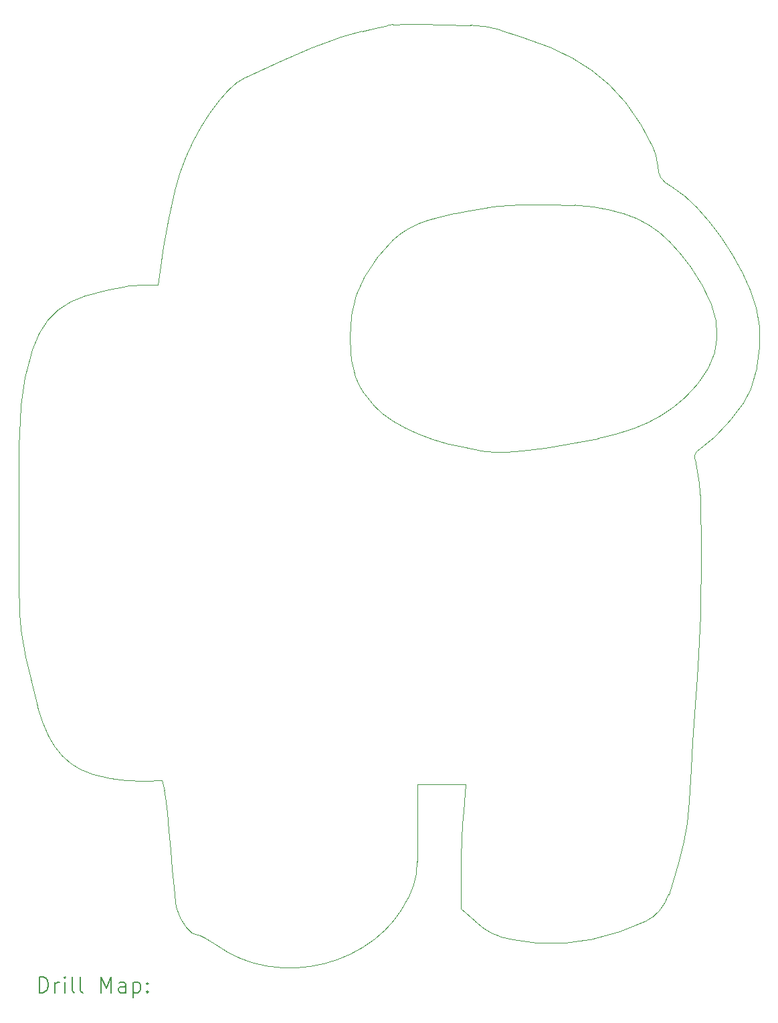
<source format=gbr>
%TF.GenerationSoftware,KiCad,Pcbnew,7.0.8*%
%TF.CreationDate,2023-11-08T08:48:10-05:00*%
%TF.ProjectId,Sleepduino,536c6565-7064-4756-996e-6f2e6b696361,rev?*%
%TF.SameCoordinates,Original*%
%TF.FileFunction,Drillmap*%
%TF.FilePolarity,Positive*%
%FSLAX45Y45*%
G04 Gerber Fmt 4.5, Leading zero omitted, Abs format (unit mm)*
G04 Created by KiCad (PCBNEW 7.0.8) date 2023-11-08 08:48:10*
%MOMM*%
%LPD*%
G01*
G04 APERTURE LIST*
%ADD10C,0.003000*%
%ADD11C,0.200000*%
G04 APERTURE END LIST*
D10*
X23377433Y-11832137D02*
X23410074Y-11184405D01*
X20783790Y-6009954D02*
X20859750Y-6000188D01*
X21360518Y-15339773D02*
G75*
G03*
X21696946Y-15338519I159182J2423763D01*
G01*
X14785175Y-10771955D02*
X14795951Y-11154521D01*
X20210860Y-9016046D02*
G75*
G03*
X20621419Y-9100058I930320J3501186D01*
G01*
X19836789Y-8888482D02*
G75*
G03*
X20210860Y-9016045I1110881J2645352D01*
G01*
X22885511Y-5581034D02*
G75*
G03*
X22910584Y-5643882I180149J35444D01*
G01*
X17931312Y-15628865D02*
G75*
G03*
X18646422Y-15599138I285308J1752835D01*
G01*
X16831831Y-15021718D02*
G75*
G03*
X16900415Y-15130478I591469J296978D01*
G01*
X17078799Y-15241291D02*
X17143825Y-15273102D01*
X15729073Y-13203113D02*
G75*
G03*
X15945133Y-13253432I608027J2121743D01*
G01*
X23141542Y-14293960D02*
X23201066Y-14045394D01*
X23957618Y-8501042D02*
G75*
G03*
X24051833Y-8323027I-683279J475562D01*
G01*
X23022870Y-6455517D02*
G75*
G03*
X22756135Y-6241356I-977810J-944663D01*
G01*
X19713087Y-14765075D02*
X19783459Y-14599455D01*
X16825471Y-5586080D02*
G75*
G03*
X16761687Y-5808486I2280499J-774370D01*
G01*
X20481518Y-6063144D02*
X20644358Y-6033506D01*
X19519752Y-6437434D02*
G75*
G03*
X19330437Y-6648936I1172388J-1239886D01*
G01*
X14782800Y-9956800D02*
X14785175Y-10771955D01*
X24118652Y-7287691D02*
G75*
G03*
X23946656Y-6851107I-2408672J-696749D01*
G01*
X14795951Y-11154521D02*
G75*
G03*
X14821351Y-11423342I3085269J155911D01*
G01*
X16643025Y-13488395D02*
G75*
G03*
X16627846Y-13404850I-671245J-78805D01*
G01*
X23201066Y-14045394D02*
X23240124Y-13815549D01*
X16594846Y-13271500D02*
X16627846Y-13404850D01*
X23337211Y-12426729D02*
X23359394Y-12086748D01*
X15020514Y-12333399D02*
G75*
G03*
X15162763Y-12715450I2066326J551850D01*
G01*
X19330437Y-6648936D02*
G75*
G03*
X19164349Y-6899142I1971353J-1488824D01*
G01*
X23373039Y-9355263D02*
X23343383Y-9213257D01*
X15945133Y-13253432D02*
G75*
G03*
X16173759Y-13283076I412927J2288212D01*
G01*
X23295628Y-13119100D02*
X23314789Y-12788947D01*
X22573004Y-8820346D02*
G75*
G03*
X22916703Y-8656339I-644384J1792526D01*
G01*
X17078800Y-15241290D02*
G75*
G03*
X17043112Y-15233650I-35690J-79540D01*
G01*
X20505844Y-3714064D02*
X20135850Y-3703988D01*
X22869829Y-5473683D02*
G75*
G03*
X22885510Y-5581035I1096621J105363D01*
G01*
X22388566Y-15194895D02*
G75*
G03*
X22720792Y-15060705I-1038496J3049435D01*
G01*
X23288930Y-6773641D02*
G75*
G03*
X23022869Y-6455518I-2349620J-1694769D01*
G01*
X19143295Y-8357903D02*
G75*
G03*
X19290005Y-8540951I1071295J708313D01*
G01*
X15888238Y-7069326D02*
X15635805Y-7138742D01*
X14788905Y-9047809D02*
X14782800Y-9956800D01*
X15635805Y-7138742D02*
G75*
G03*
X15443880Y-7217037I397555J-1248908D01*
G01*
X15283315Y-7320413D02*
G75*
G03*
X15150691Y-7453730I534635J-664477D01*
G01*
X22446908Y-6102312D02*
G75*
G03*
X22051231Y-6014171I-779838J-2568598D01*
G01*
X16685696Y-13908395D02*
X16705031Y-14153927D01*
X19720273Y-6289725D02*
G75*
G03*
X19519753Y-6437435I499467J-888005D01*
G01*
X22259527Y-4467824D02*
G75*
G03*
X22034629Y-4283480I-1609577J-1734306D01*
G01*
X14821351Y-11423342D02*
X14871366Y-11709400D01*
X15162764Y-12715450D02*
G75*
G03*
X15333816Y-12963897I901556J437600D01*
G01*
X22041721Y-15289962D02*
G75*
G03*
X22388566Y-15194895I-608501J2900352D01*
G01*
X20673683Y-15153160D02*
G75*
G03*
X20767766Y-15210419I347527J465100D01*
G01*
X19287107Y-15290463D02*
G75*
G03*
X19713087Y-14765075I-879347J1148353D01*
G01*
X16173759Y-13283075D02*
G75*
G03*
X16378531Y-13284877I115131J1447935D01*
G01*
X23359394Y-12086748D02*
X23377433Y-11832137D01*
X19521978Y-3705222D02*
G75*
G03*
X19469100Y-3712092I5742J-251148D01*
G01*
X22118685Y-8946987D02*
G75*
G03*
X22573004Y-8820346I-635715J3158847D01*
G01*
X18979375Y-7670800D02*
G75*
G03*
X18995521Y-7945765I2195015J-9070D01*
G01*
X20702574Y-3732501D02*
G75*
G03*
X20505844Y-3714064I-262114J-1738029D01*
G01*
X15564787Y-13138033D02*
G75*
G03*
X15729073Y-13203113I412893J802393D01*
G01*
X21124889Y-5984925D02*
X21477853Y-5983383D01*
X19164350Y-6899143D02*
G75*
G03*
X19057941Y-7132353I1143350J-662567D01*
G01*
X23410769Y-9664042D02*
G75*
G03*
X23373039Y-9355263I-1565489J-34598D01*
G01*
X16643025Y-13488395D02*
X16664131Y-13679898D01*
X20383500Y-14447394D02*
X20383500Y-14899387D01*
X16761687Y-5808486D02*
X16685949Y-6152364D01*
X16359612Y-7004051D02*
G75*
G03*
X16147052Y-7019901I-2J-1433179D01*
G01*
X23362202Y-9116764D02*
G75*
G03*
X23342213Y-9155810I48278J-49356D01*
G01*
X21149526Y-9105022D02*
X20959307Y-9121153D01*
X24160201Y-7520272D02*
G75*
G03*
X24118652Y-7287691I-1126321J-81208D01*
G01*
X20878668Y-3771616D02*
G75*
G03*
X20702574Y-3732501I-371468J-1256414D01*
G01*
X16616851Y-6516988D02*
X16571712Y-6823075D01*
X23220825Y-8427271D02*
G75*
G03*
X23512618Y-8058054I-1025925J1110701D01*
G01*
X23419577Y-10402036D02*
X23410770Y-9664042D01*
X16664131Y-13679898D02*
X16685696Y-13908395D01*
X20801079Y-9119206D02*
G75*
G03*
X20959307Y-9121153I96462J1408406D01*
G01*
X23624082Y-7665780D02*
G75*
G03*
X23548914Y-7240614I-1005722J41420D01*
G01*
X19126200Y-3791422D02*
G75*
G03*
X18836895Y-3872569I692020J-3023488D01*
G01*
X20644358Y-6033506D02*
X20783790Y-6009954D01*
X19783460Y-14599455D02*
G75*
G03*
X19815676Y-14472622I-560640J209915D01*
G01*
X24124395Y-8072392D02*
G75*
G03*
X24161231Y-7793441I-2065135J414613D01*
G01*
X22812529Y-5259750D02*
G75*
G03*
X22663831Y-4978593I-2458939J-1120580D01*
G01*
X16549781Y-7004050D02*
X16359612Y-7004050D01*
X21450300Y-9063751D02*
X21149526Y-9105022D01*
X19831050Y-13328650D02*
X20137838Y-13328650D01*
X22720792Y-15060704D02*
G75*
G03*
X22894754Y-14926507I-216592J460625D01*
G01*
X23314789Y-12788947D02*
X23337211Y-12426729D01*
X16685949Y-6152364D02*
X16616851Y-6516988D01*
X24161231Y-7793441D02*
G75*
G03*
X24160202Y-7520272I-1999641J129052D01*
G01*
X19424397Y-3722653D02*
X19336941Y-3742938D01*
X16900414Y-15130479D02*
G75*
G03*
X16976374Y-15209372I406856J315719D01*
G01*
X20444625Y-13328650D02*
X20414063Y-13662025D01*
X23681307Y-6407851D02*
G75*
G03*
X23367846Y-6021628I-2836207J-1981569D01*
G01*
X20877402Y-15252500D02*
X21038566Y-15293665D01*
X16976376Y-15209370D02*
G75*
G03*
X17043112Y-15233650I66734J79570D01*
G01*
X21788877Y-4128172D02*
G75*
G03*
X21500530Y-3989807I-1408787J-2566218D01*
G01*
X20135850Y-3703988D02*
X19904078Y-3701419D01*
X22118685Y-8946987D02*
X21450300Y-9063751D01*
X19057940Y-7132353D02*
G75*
G03*
X18999516Y-7379247I1219380J-418907D01*
G01*
X23593089Y-8930354D02*
G75*
G03*
X23787922Y-8721690I-2075949J2133634D01*
G01*
X17296047Y-15367957D02*
G75*
G03*
X17931312Y-15628864I878944J1236247D01*
G01*
X19815677Y-14472622D02*
G75*
G03*
X19828416Y-14306387I-1316867J184523D01*
G01*
X20767766Y-15210419D02*
G75*
G03*
X20877402Y-15252500I301034J620439D01*
G01*
X19904078Y-3701419D02*
X19696390Y-3702168D01*
X23787921Y-8721690D02*
G75*
G03*
X23957619Y-8501043I-2233011J1892970D01*
G01*
X23512617Y-8058053D02*
G75*
G03*
X23624082Y-7665780I-760967J428203D01*
G01*
X18999516Y-7379247D02*
G75*
G03*
X18979376Y-7670800I2234964J-300863D01*
G01*
X20414063Y-13662025D02*
X20402319Y-13821702D01*
X22051231Y-6014171D02*
G75*
G03*
X21822904Y-5992815I-326091J-2255139D01*
G01*
X18103954Y-4162702D02*
X17664952Y-4369585D01*
X23367846Y-6021628D02*
G75*
G03*
X23051406Y-5760153I-1186286J-1113442D01*
G01*
X22034629Y-4283480D02*
G75*
G03*
X21788877Y-4128171I-1383049J-1916380D01*
G01*
X20392478Y-14030244D02*
X20385726Y-14249976D01*
X16378531Y-13284877D02*
X16594846Y-13271500D01*
X16571712Y-6823075D02*
X16549781Y-7004050D01*
X19969727Y-6182883D02*
G75*
G03*
X19720273Y-6289726I369383J-1207057D01*
G01*
X19521731Y-8727040D02*
G75*
G03*
X19836789Y-8888483I1218099J1988990D01*
G01*
X22468661Y-4695690D02*
G75*
G03*
X22259527Y-4467825I-1523601J-1188450D01*
G01*
X16705031Y-14153927D02*
X16724624Y-14399385D01*
X19336941Y-3742938D02*
X19233895Y-3766710D01*
X23415585Y-9073571D02*
G75*
G03*
X23593090Y-8930354I-680595J1025141D01*
G01*
X20402319Y-13821702D02*
X20392478Y-14030244D01*
X19831050Y-13923278D02*
X19831050Y-13328650D01*
X23011413Y-14719406D02*
X23141542Y-14293960D01*
X19469100Y-3712092D02*
X19424397Y-3722653D01*
X20137838Y-13328650D02*
X20444625Y-13328650D01*
X17205852Y-4825025D02*
G75*
G03*
X16990823Y-5189327I2460228J-1697755D01*
G01*
X19290006Y-8540950D02*
G75*
G03*
X19521732Y-8727039I844024J813690D01*
G01*
X16147052Y-7019901D02*
X15888238Y-7069326D01*
X14871366Y-11709400D02*
X15020515Y-12333399D01*
X23410074Y-11184405D02*
X23419577Y-10402036D01*
X23268527Y-13537878D02*
X23295628Y-13119100D01*
X21696946Y-15338519D02*
G75*
G03*
X22041721Y-15289962I-190076J2597899D01*
G01*
X23051406Y-5760153D02*
X22957282Y-5694753D01*
X19047786Y-8166833D02*
G75*
G03*
X19143295Y-8357903I835684J298323D01*
G01*
X14958842Y-7826340D02*
G75*
G03*
X14864703Y-8181840I2996808J-983790D01*
G01*
X14864703Y-8181840D02*
G75*
G03*
X14813055Y-8544423I3040837J-618120D01*
G01*
X20385726Y-14249976D02*
X20383500Y-14447394D01*
X15333816Y-12963897D02*
G75*
G03*
X15564787Y-13138032I620424J582678D01*
G01*
X19233895Y-3766710D02*
X19126200Y-3791422D01*
X23342213Y-9155810D02*
G75*
G03*
X23343383Y-9213257I167647J-25320D01*
G01*
X18995521Y-7945764D02*
G75*
G03*
X19047786Y-8166833I1020339J124515D01*
G01*
X16785757Y-14901993D02*
G75*
G03*
X16831831Y-15021718I632183J174553D01*
G01*
X16990823Y-5189327D02*
G75*
G03*
X16825471Y-5586080I2850567J-1420843D01*
G01*
X23946655Y-6851107D02*
G75*
G03*
X23681307Y-6407851I-3274765J-1659333D01*
G01*
X22894755Y-14926508D02*
G75*
G03*
X23011413Y-14719406I-500635J418408D01*
G01*
X14813055Y-8544423D02*
X14788905Y-9047809D01*
X18494739Y-3997209D02*
X18103954Y-4162702D01*
X22756135Y-6241355D02*
G75*
G03*
X22446908Y-6102312I-695605J-1133625D01*
G01*
X16746970Y-14627659D02*
X16769189Y-14818834D01*
X24051832Y-8323027D02*
G75*
G03*
X24124395Y-8072392I-1457822J557887D01*
G01*
X22910582Y-5643883D02*
G75*
G03*
X22957282Y-5694753I164978J104583D01*
G01*
X20801079Y-9119206D02*
X20621419Y-9100058D01*
X17143825Y-15273102D02*
X17219029Y-15316534D01*
X18646422Y-15599138D02*
G75*
G03*
X19287106Y-15290462I-423672J1698608D01*
G01*
X18836895Y-3872569D02*
X18494739Y-3997209D01*
X20565556Y-15064160D02*
G75*
G03*
X20673684Y-15153159I1001194J1106200D01*
G01*
X23240124Y-13815549D02*
X23268527Y-13537878D01*
X22916704Y-8656340D02*
G75*
G03*
X23220826Y-8427271I-987184J1627050D01*
G01*
X17219029Y-15316534D02*
X17296048Y-15367956D01*
X20313760Y-6095857D02*
X20481518Y-6063144D01*
X20859750Y-6000188D02*
X21124889Y-5984925D01*
X23548914Y-7240614D02*
G75*
G03*
X23288930Y-6773641I-2118794J-873766D01*
G01*
X20313760Y-6095857D02*
G75*
G03*
X19969728Y-6182884I711570J-3536503D01*
G01*
X21500530Y-3989807D02*
X21145500Y-3856253D01*
X23415585Y-9073571D02*
G75*
G03*
X23362201Y-9116763I202035J-304290D01*
G01*
X17440896Y-4534689D02*
G75*
G03*
X17205852Y-4825025I1776204J-1678251D01*
G01*
X21145500Y-3856253D02*
X20878668Y-3771615D01*
X16724624Y-14399385D02*
X16746970Y-14627659D01*
X15043555Y-7621183D02*
G75*
G03*
X14958842Y-7826340I1333695J-670777D01*
G01*
X20383500Y-14899387D02*
X20565556Y-15064160D01*
X19696390Y-3702168D02*
X19521978Y-3705222D01*
X17664952Y-4369585D02*
G75*
G03*
X17440896Y-4534689I345039J-702816D01*
G01*
X19828416Y-14306387D02*
X19831050Y-13923278D01*
X22663831Y-4978593D02*
G75*
G03*
X22468661Y-4695690I-2511191J-1523657D01*
G01*
X15443880Y-7217037D02*
G75*
G03*
X15283314Y-7320412I407610J-809493D01*
G01*
X16769188Y-14818835D02*
G75*
G03*
X16785756Y-14901993I578932J72115D01*
G01*
X21038567Y-15293664D02*
G75*
G03*
X21360518Y-15339772I461074J2072394D01*
G01*
X22869829Y-5473682D02*
G75*
G03*
X22812529Y-5259750I-667469J-64138D01*
G01*
X21477853Y-5983383D02*
X21822904Y-5992815D01*
X15150691Y-7453730D02*
G75*
G03*
X15043556Y-7621184I755139J-601130D01*
G01*
D11*
X15043427Y-15963567D02*
X15043427Y-15763567D01*
X15043427Y-15763567D02*
X15091046Y-15763567D01*
X15091046Y-15763567D02*
X15119617Y-15773091D01*
X15119617Y-15773091D02*
X15138665Y-15792138D01*
X15138665Y-15792138D02*
X15148189Y-15811186D01*
X15148189Y-15811186D02*
X15157712Y-15849281D01*
X15157712Y-15849281D02*
X15157712Y-15877853D01*
X15157712Y-15877853D02*
X15148189Y-15915948D01*
X15148189Y-15915948D02*
X15138665Y-15934995D01*
X15138665Y-15934995D02*
X15119617Y-15954043D01*
X15119617Y-15954043D02*
X15091046Y-15963567D01*
X15091046Y-15963567D02*
X15043427Y-15963567D01*
X15243427Y-15963567D02*
X15243427Y-15830233D01*
X15243427Y-15868329D02*
X15252951Y-15849281D01*
X15252951Y-15849281D02*
X15262474Y-15839757D01*
X15262474Y-15839757D02*
X15281522Y-15830233D01*
X15281522Y-15830233D02*
X15300570Y-15830233D01*
X15367236Y-15963567D02*
X15367236Y-15830233D01*
X15367236Y-15763567D02*
X15357712Y-15773091D01*
X15357712Y-15773091D02*
X15367236Y-15782614D01*
X15367236Y-15782614D02*
X15376760Y-15773091D01*
X15376760Y-15773091D02*
X15367236Y-15763567D01*
X15367236Y-15763567D02*
X15367236Y-15782614D01*
X15491046Y-15963567D02*
X15471998Y-15954043D01*
X15471998Y-15954043D02*
X15462474Y-15934995D01*
X15462474Y-15934995D02*
X15462474Y-15763567D01*
X15595808Y-15963567D02*
X15576760Y-15954043D01*
X15576760Y-15954043D02*
X15567236Y-15934995D01*
X15567236Y-15934995D02*
X15567236Y-15763567D01*
X15824379Y-15963567D02*
X15824379Y-15763567D01*
X15824379Y-15763567D02*
X15891046Y-15906424D01*
X15891046Y-15906424D02*
X15957712Y-15763567D01*
X15957712Y-15763567D02*
X15957712Y-15963567D01*
X16138665Y-15963567D02*
X16138665Y-15858805D01*
X16138665Y-15858805D02*
X16129141Y-15839757D01*
X16129141Y-15839757D02*
X16110093Y-15830233D01*
X16110093Y-15830233D02*
X16071998Y-15830233D01*
X16071998Y-15830233D02*
X16052951Y-15839757D01*
X16138665Y-15954043D02*
X16119617Y-15963567D01*
X16119617Y-15963567D02*
X16071998Y-15963567D01*
X16071998Y-15963567D02*
X16052951Y-15954043D01*
X16052951Y-15954043D02*
X16043427Y-15934995D01*
X16043427Y-15934995D02*
X16043427Y-15915948D01*
X16043427Y-15915948D02*
X16052951Y-15896900D01*
X16052951Y-15896900D02*
X16071998Y-15887376D01*
X16071998Y-15887376D02*
X16119617Y-15887376D01*
X16119617Y-15887376D02*
X16138665Y-15877853D01*
X16233903Y-15830233D02*
X16233903Y-16030233D01*
X16233903Y-15839757D02*
X16252951Y-15830233D01*
X16252951Y-15830233D02*
X16291046Y-15830233D01*
X16291046Y-15830233D02*
X16310093Y-15839757D01*
X16310093Y-15839757D02*
X16319617Y-15849281D01*
X16319617Y-15849281D02*
X16329141Y-15868329D01*
X16329141Y-15868329D02*
X16329141Y-15925472D01*
X16329141Y-15925472D02*
X16319617Y-15944519D01*
X16319617Y-15944519D02*
X16310093Y-15954043D01*
X16310093Y-15954043D02*
X16291046Y-15963567D01*
X16291046Y-15963567D02*
X16252951Y-15963567D01*
X16252951Y-15963567D02*
X16233903Y-15954043D01*
X16414855Y-15944519D02*
X16424379Y-15954043D01*
X16424379Y-15954043D02*
X16414855Y-15963567D01*
X16414855Y-15963567D02*
X16405332Y-15954043D01*
X16405332Y-15954043D02*
X16414855Y-15944519D01*
X16414855Y-15944519D02*
X16414855Y-15963567D01*
X16414855Y-15839757D02*
X16424379Y-15849281D01*
X16424379Y-15849281D02*
X16414855Y-15858805D01*
X16414855Y-15858805D02*
X16405332Y-15849281D01*
X16405332Y-15849281D02*
X16414855Y-15839757D01*
X16414855Y-15839757D02*
X16414855Y-15858805D01*
M02*

</source>
